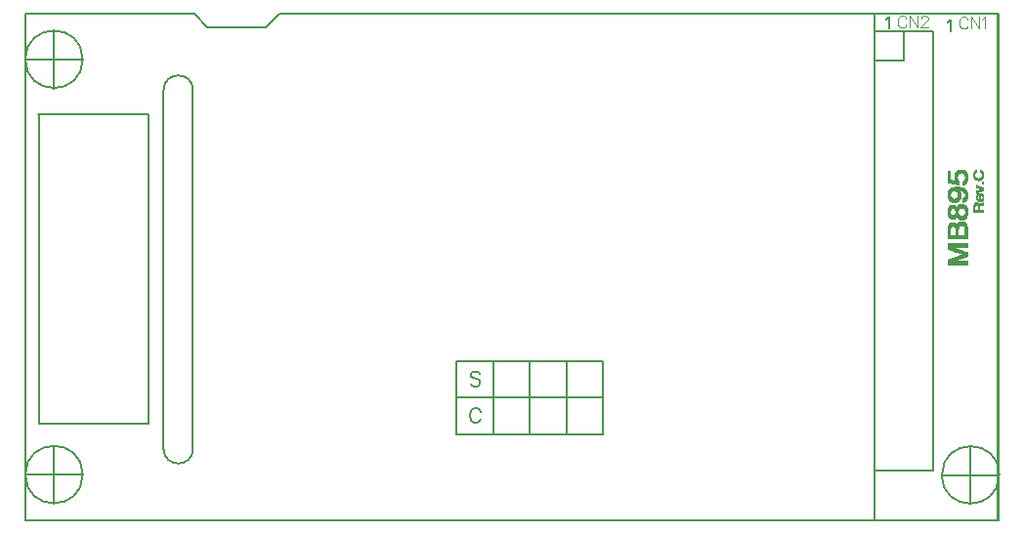
<source format=gto>
%FSTAX23Y23*%
%MOIN*%
%SFA1B1*%

%IPPOS*%
%ADD12C,0.007000*%
%ADD16C,0.005000*%
%ADD17C,0.008000*%
%ADD42C,0.006000*%
%ADD43C,0.001000*%
%ADD44C,0.004000*%
%LNmb895c-1*%
%LPD*%
G54D12*
X0147Y0042D02*
X0197D01*
X0147Y00295D02*
Y00545D01*
X01595Y00295D02*
Y00545D01*
X0172Y00295D02*
Y00545D01*
X01845Y00295D02*
Y00545D01*
X0197Y00295D02*
Y00545D01*
X0147D02*
X0197D01*
X0147Y00295D02*
Y00545D01*
Y00295D02*
X0197D01*
X00418Y00331D02*
Y01386D01*
X00044Y00331D02*
X00418D01*
X00043Y01386D02*
X00418D01*
X00044Y00331D02*
Y01386D01*
G54D16*
X02896Y0017D02*
Y0167D01*
X02895Y0D02*
Y01732D01*
X02895Y0D02*
Y0173D01*
X02995Y0157D02*
Y0167D01*
X02895Y0157D02*
X02995D01*
X02895Y0167D02*
X03095D01*
X02895Y0017D02*
X03095D01*
Y0167*
X03315Y0D02*
Y0173D01*
X03145Y01702D02*
X03148Y01704D01*
X03154Y0171*
Y0167*
X02935Y01712D02*
X02938Y01714D01*
X02944Y0172*
Y0168*
X0047Y00245D02*
D01*
D01*
G75*
G03X0057I00050J0D01*
G74*G01*
Y0147D02*
D01*
D01*
G75*
G03X0047I-00050J0D01*
G74*G01*
X0062Y01685D02*
X0082D01*
X00865Y0173*
X0332*
X00575D02*
X0062Y01685D01*
X0Y0D02*
X03315D01*
X0D02*
Y0173D01*
X0057Y00245D02*
Y0147D01*
X0047Y00245D02*
Y0147D01*
X0332Y0D02*
Y0173D01*
X03315Y0D02*
X0332Y0D01*
X0Y0173D02*
X00575Y0173D01*
G54D17*
X0155Y00502D02*
X01545Y00506D01*
X01538Y00509*
X01528*
X01521Y00506*
X01517Y00502*
Y00497*
X01519Y00492*
X01521Y0049*
X01526Y00487*
X0154Y00483*
X01545Y0048*
X01547Y00478*
X0155Y00473*
Y00466*
X01545Y00461*
X01538Y00459*
X01528*
X01521Y00461*
X01517Y00466*
X01551Y00372D02*
X01549Y00377D01*
X01544Y00381*
X01539Y00384*
X0153*
X01525Y00381*
X0152Y00377*
X01518Y00372*
X01516Y00365*
Y00353*
X01518Y00346*
X0152Y00341*
X01525Y00336*
X0153Y00334*
X01539*
X01544Y00336*
X01549Y00341*
X01551Y00346*
G54D42*
X03321Y00156D02*
D01*
D01*
G75*
G03X03124I-00098J-0D01*
G74*G01*
D01*
G75*
G03X03321I00098J0D01*
G74*G01*
X00194Y01575D02*
D01*
D01*
G75*
G03X-00002I-00098J0D01*
G74*G01*
D01*
G75*
G03X00194I00098J0D01*
G74*G01*
Y00157D02*
D01*
D01*
G75*
G03X-00002I-00098J-0D01*
G74*G01*
D01*
G75*
G03X00194I00098J0D01*
G74*G01*
X03223Y00056D02*
Y00156D01*
Y00253*
X03124Y00155D02*
X0332D01*
X00096Y01475D02*
Y01575D01*
Y01672*
X-00002Y01574D02*
X00193D01*
X00096Y00058D02*
Y00157D01*
Y00254*
X-00002Y00156D02*
X00193D01*
G54D43*
X03179Y00963D02*
Y01017D01*
X03212Y01047D02*
Y01062D01*
Y01105D02*
Y01118D01*
Y01165D02*
Y01179D01*
X03211Y00874D02*
Y00886D01*
Y00903D02*
Y00916D01*
Y00933D02*
Y00946D01*
Y00963D02*
Y01004D01*
Y01043D02*
Y01066D01*
Y01101D02*
Y01122D01*
Y0116D02*
Y01183D01*
X03266Y01054D02*
Y01061D01*
Y01079D02*
Y01087D01*
Y01099D02*
Y01109D01*
Y01129D02*
Y01136D01*
Y0115D02*
Y01157D01*
Y01175D02*
Y01187D01*
X0321Y00874D02*
Y00886D01*
Y00903D02*
Y00916D01*
Y00933D02*
Y00946D01*
Y00963D02*
Y01009D01*
Y0104D02*
Y01069D01*
Y01099D02*
Y01124D01*
Y01158D02*
Y01186D01*
X03265Y01054D02*
Y01061D01*
Y01079D02*
Y01086D01*
Y01096D02*
Y01112D01*
Y01128D02*
Y01136D01*
Y0115D02*
Y01157D01*
Y01172D02*
Y0119D01*
X03209Y00874D02*
Y00886D01*
Y00903D02*
Y00916D01*
Y00933D02*
Y00946D01*
Y00963D02*
Y01011D01*
Y01038D02*
Y01071D01*
Y01097D02*
Y01126D01*
Y01156D02*
Y01188D01*
X03264Y01054D02*
Y01061D01*
Y01078D02*
Y01086D01*
Y01095D02*
Y01114D01*
Y01128D02*
Y01137D01*
Y0115D02*
Y01157D01*
Y0117D02*
Y01192D01*
X03208Y00874D02*
Y00886D01*
Y00902D02*
Y00917D01*
Y00933D02*
Y00946D01*
Y00963D02*
Y01013D01*
Y01037D02*
Y01072D01*
Y01096D02*
Y01128D01*
Y01154D02*
Y0119D01*
X03263Y01054D02*
Y01061D01*
Y01078D02*
Y01085D01*
Y01094D02*
Y01102D01*
Y01107D02*
Y01115D01*
Y01128D02*
Y01137D01*
Y0115D02*
Y01157D01*
Y01168D02*
Y01193D01*
X03207Y00874D02*
Y00886D01*
Y00902D02*
Y00917D01*
Y00933D02*
Y00946D01*
Y00963D02*
Y01015D01*
Y01035D02*
Y01074D01*
Y01094D02*
Y01129D01*
Y01153D02*
Y01191D01*
X03262Y01054D02*
Y01061D01*
Y01078D02*
Y01085D01*
Y01093D02*
Y011D01*
Y01109D02*
Y01116D01*
Y01127D02*
Y01138D01*
Y0115D02*
Y01157D01*
Y01167D02*
Y01179D01*
Y01183D02*
Y01194D01*
X03206Y00874D02*
Y00886D01*
Y00902D02*
Y00917D01*
Y00933D02*
Y00946D01*
Y00963D02*
Y01016D01*
Y01034D02*
Y01075D01*
Y01093D02*
Y0113D01*
Y01152D02*
Y01192D01*
X03261Y01054D02*
Y01061D01*
Y01078D02*
Y01085D01*
Y01092D02*
Y01099D01*
Y0111D02*
Y01116D01*
Y01127D02*
Y01138D01*
Y01166D02*
Y01176D01*
Y01186D02*
Y01195D01*
X03205Y00874D02*
Y00886D01*
Y00901D02*
Y00918D01*
Y00933D02*
Y00946D01*
Y00963D02*
Y01017D01*
Y01033D02*
Y01076D01*
Y01093D02*
Y01131D01*
Y01151D02*
Y01193D01*
X0326Y01054D02*
Y01061D01*
Y01078D02*
Y01085D01*
Y01091D02*
Y01098D01*
Y0111D02*
Y01117D01*
Y01126D02*
Y01138D01*
Y01165D02*
Y01174D01*
Y01188D02*
Y01196D01*
X03204Y00874D02*
Y00886D01*
Y00901D02*
Y00918D01*
Y00933D02*
Y00946D01*
Y00963D02*
Y01018D01*
Y01032D02*
Y01077D01*
Y01092D02*
Y01111D01*
Y01113D02*
Y01132D01*
Y0115D02*
Y0117D01*
Y01175D02*
Y01194D01*
X03259Y01054D02*
Y01061D01*
Y01078D02*
Y01085D01*
Y01091D02*
Y01098D01*
Y01111D02*
Y01117D01*
Y01126D02*
Y01132D01*
Y01133D02*
Y01139D01*
Y01165D02*
Y01173D01*
Y01189D02*
Y01196D01*
X03203Y00874D02*
Y00886D01*
Y00901D02*
Y00918D01*
Y00933D02*
Y00946D01*
Y00963D02*
Y01019D01*
Y01032D02*
Y01049D01*
Y0106D02*
Y01078D01*
Y01091D02*
Y01107D01*
Y01118D02*
Y01133D01*
Y01149D02*
Y01166D01*
Y01179D02*
Y01195D01*
X03258Y01054D02*
Y01061D01*
Y01078D02*
Y01085D01*
Y01091D02*
Y01097D01*
Y01126D02*
Y01132D01*
Y01133D02*
Y01139D01*
Y01164D02*
Y01172D01*
Y0119D02*
Y01197D01*
X03202Y00874D02*
Y00886D01*
Y009D02*
Y00919D01*
Y00933D02*
Y00946D01*
Y00963D02*
Y00975D01*
Y01D02*
Y01019D01*
Y01031D02*
Y01046D01*
Y01063D02*
Y01078D01*
Y01091D02*
Y01105D01*
Y01119D02*
Y01133D01*
Y01149D02*
Y01163D01*
Y01181D02*
Y01196D01*
X03257Y01054D02*
Y01061D01*
Y01078D02*
Y01085D01*
Y0109D02*
Y01097D01*
Y01125D02*
Y01132D01*
Y01133D02*
Y0114D01*
Y01163D02*
Y01171D01*
Y0119D02*
Y01197D01*
X03201Y00874D02*
Y00886D01*
Y009D02*
Y00919D01*
Y00933D02*
Y00946D01*
Y00963D02*
Y00975D01*
Y01004D02*
Y0102D01*
Y0103D02*
Y01045D01*
Y01064D02*
Y01079D01*
Y0109D02*
Y01104D01*
Y01121D02*
Y01134D01*
Y01148D02*
Y01162D01*
Y01182D02*
Y01196D01*
X03256Y01054D02*
Y01061D01*
Y01078D02*
Y01085D01*
Y0109D02*
Y01097D01*
Y01125D02*
Y01131D01*
Y01134D02*
Y0114D01*
Y01163D02*
Y01171D01*
Y01191D02*
Y01198D01*
X032Y00874D02*
Y00886D01*
Y009D02*
Y0092D01*
Y00933D02*
Y00946D01*
Y00963D02*
Y00975D01*
Y01006D02*
Y01021D01*
Y0103D02*
Y01043D01*
Y01066D02*
Y0108D01*
Y0109D02*
Y01103D01*
Y01122D02*
Y01135D01*
Y01148D02*
Y01161D01*
Y01184D02*
Y01197D01*
X03255Y01054D02*
Y01061D01*
Y01078D02*
Y01085D01*
Y0109D02*
Y01118D01*
Y01124D02*
Y01131D01*
Y01134D02*
Y01141D01*
Y01163D02*
Y0117D01*
Y01191D02*
Y01198D01*
X03199Y00874D02*
Y00886D01*
Y00899D02*
Y0092D01*
Y00933D02*
Y00946D01*
Y00963D02*
Y00975D01*
Y01007D02*
Y01021D01*
Y01029D02*
Y01043D01*
Y01067D02*
Y0108D01*
Y0109D02*
Y01102D01*
Y01122D02*
Y01135D01*
Y01147D02*
Y0116D01*
Y01184D02*
Y01197D01*
X03254Y01054D02*
Y01061D01*
Y01078D02*
Y01085D01*
Y0109D02*
Y01118D01*
Y01124D02*
Y01131D01*
Y01135D02*
Y01141D01*
Y01163D02*
Y0117D01*
Y01191D02*
Y01198D01*
X03198Y00874D02*
Y00886D01*
Y00899D02*
Y0092D01*
Y00933D02*
Y00946D01*
Y00963D02*
Y00975D01*
Y01008D02*
Y01021D01*
Y01029D02*
Y01042D01*
Y01067D02*
Y0108D01*
Y01089D02*
Y01101D01*
Y01123D02*
Y01136D01*
Y01147D02*
Y01159D01*
Y01185D02*
Y01198D01*
X03253Y01054D02*
Y01061D01*
Y01077D02*
Y01085D01*
Y0109D02*
Y01118D01*
Y01123D02*
Y0113D01*
Y01135D02*
Y01141D01*
Y01162D02*
Y0117D01*
X03197Y00874D02*
Y00886D01*
Y00899D02*
Y00909D01*
Y0091D02*
Y00921D01*
Y00933D02*
Y00946D01*
Y00963D02*
Y00975D01*
Y01009D02*
Y01022D01*
Y01029D02*
Y01041D01*
Y01068D02*
Y01081D01*
Y01089D02*
Y01101D01*
Y01124D02*
Y01136D01*
Y01147D02*
Y01159D01*
Y01186D02*
Y01198D01*
X03252Y01054D02*
Y01061D01*
Y01075D02*
Y01084D01*
Y0109D02*
Y01118D01*
Y01123D02*
Y0113D01*
Y01135D02*
Y01142D01*
Y01162D02*
Y0117D01*
X03196Y00874D02*
Y00886D01*
Y00898D02*
Y00909D01*
Y0091D02*
Y00921D01*
Y00933D02*
Y00946D01*
Y00963D02*
Y00975D01*
Y01009D02*
Y01022D01*
Y01029D02*
Y01041D01*
Y01069D02*
Y01081D01*
Y01089D02*
Y01101D01*
Y01124D02*
Y01137D01*
Y01146D02*
Y01158D01*
Y01186D02*
Y01199D01*
X03251Y01054D02*
Y01084D01*
Y0109D02*
Y01097D01*
Y01111D02*
Y01118D01*
Y01123D02*
Y01129D01*
Y01136D02*
Y01142D01*
Y01162D02*
Y01169D01*
X03195Y00874D02*
Y00886D01*
Y00898D02*
Y00909D01*
Y00911D02*
Y00921D01*
Y00933D02*
Y00946D01*
Y00963D02*
Y00975D01*
Y01009D02*
Y01022D01*
Y01028D02*
Y0104D01*
Y01069D02*
Y01081D01*
Y01089D02*
Y011D01*
Y01125D02*
Y01137D01*
Y01146D02*
Y01158D01*
Y01187D02*
Y01199D01*
X0325Y01054D02*
Y01082D01*
Y01091D02*
Y01097D01*
Y01111D02*
Y01117D01*
Y01122D02*
Y01129D01*
Y01136D02*
Y01143D01*
Y01162D02*
Y01169D01*
X03194Y00874D02*
Y00886D01*
Y00897D02*
Y00908D01*
Y00911D02*
Y00922D01*
Y00933D02*
Y00946D01*
Y00963D02*
Y00975D01*
Y01009D02*
Y01022D01*
Y01028D02*
Y0104D01*
Y01069D02*
Y01081D01*
Y01125D02*
Y01138D01*
Y01146D02*
Y01158D01*
Y01187D02*
Y01199D01*
X03249Y01054D02*
Y01081D01*
Y01091D02*
Y01098D01*
Y01111D02*
Y01117D01*
Y01122D02*
Y01129D01*
Y01137D02*
Y01143D01*
Y01162D02*
Y01169D01*
X03193Y00874D02*
Y00886D01*
Y00897D02*
Y00908D01*
Y00911D02*
Y00922D01*
Y00933D02*
Y00946D01*
Y00963D02*
Y00975D01*
Y01009D02*
Y01022D01*
Y01028D02*
Y0104D01*
Y01069D02*
Y01081D01*
Y01126D02*
Y01138D01*
Y01187D02*
Y01199D01*
X03248Y01054D02*
Y01083D01*
Y01092D02*
Y01098D01*
Y0111D02*
Y01117D01*
Y01121D02*
Y01128D01*
Y01137D02*
Y01144D01*
Y01162D02*
Y01169D01*
X03192Y00874D02*
Y00886D01*
Y00897D02*
Y00908D01*
Y00912D02*
Y00922D01*
Y00933D02*
Y00946D01*
Y00963D02*
Y00975D01*
Y0101D02*
Y01022D01*
Y01028D02*
Y0104D01*
Y01069D02*
Y01081D01*
Y01126D02*
Y01138D01*
Y01187D02*
Y01199D01*
X03247Y01054D02*
Y01061D01*
Y01073D02*
Y01084D01*
Y01092D02*
Y01099D01*
Y0111D02*
Y01116D01*
Y01121D02*
Y01128D01*
Y01137D02*
Y01144D01*
Y01162D02*
Y01169D01*
X03191Y00874D02*
Y00886D01*
Y00896D02*
Y00907D01*
Y00912D02*
Y00923D01*
Y00933D02*
Y00946D01*
Y00963D02*
Y00975D01*
Y0101D02*
Y01022D01*
Y01028D02*
Y0104D01*
Y01069D02*
Y01081D01*
Y01127D02*
Y01138D01*
Y01187D02*
Y01199D01*
X03246Y01054D02*
Y01061D01*
Y01077D02*
Y01085D01*
Y01093D02*
Y011D01*
Y01109D02*
Y01116D01*
Y01121D02*
Y01128D01*
Y01138D02*
Y01144D01*
Y01163D02*
Y0117D01*
X0319Y00874D02*
Y00886D01*
Y00896D02*
Y00907D01*
Y00913D02*
Y00923D01*
Y00933D02*
Y00946D01*
Y00963D02*
Y00975D01*
Y01009D02*
Y01022D01*
Y01028D02*
Y0104D01*
Y01069D02*
Y01081D01*
Y01127D02*
Y01139D01*
Y01187D02*
Y01199D01*
X03245Y01054D02*
Y01061D01*
Y01078D02*
Y01085D01*
Y01094D02*
Y01102D01*
Y01107D02*
Y01115D01*
Y0112D02*
Y01127D01*
Y01138D02*
Y01145D01*
Y01163D02*
Y0117D01*
X03189Y00874D02*
Y00886D01*
Y00896D02*
Y00907D01*
Y00913D02*
Y00923D01*
Y00933D02*
Y00946D01*
Y00963D02*
Y00975D01*
Y01009D02*
Y01022D01*
Y01028D02*
Y01041D01*
Y01069D02*
Y01081D01*
Y01127D02*
Y01139D01*
Y01187D02*
Y01199D01*
X03244Y01054D02*
Y01061D01*
Y01078D02*
Y01086D01*
Y01095D02*
Y01114D01*
Y0112D02*
Y01127D01*
Y01138D02*
Y01145D01*
Y01163D02*
Y0117D01*
X03188Y00874D02*
Y00886D01*
Y00895D02*
Y00906D01*
Y00913D02*
Y00924D01*
Y00933D02*
Y00946D01*
Y00963D02*
Y00975D01*
Y01009D02*
Y01022D01*
Y01029D02*
Y01041D01*
Y01069D02*
Y01081D01*
Y01105D02*
Y01118D01*
Y01127D02*
Y01139D01*
Y01187D02*
Y01199D01*
X03243Y01054D02*
Y01061D01*
Y01079D02*
Y01086D01*
Y01097D02*
Y01112D01*
Y01119D02*
Y01126D01*
Y01139D02*
Y01146D01*
Y01163D02*
Y0117D01*
X03187Y00874D02*
Y00886D01*
Y00895D02*
Y00906D01*
Y00914D02*
Y00924D01*
Y00933D02*
Y00946D01*
Y00963D02*
Y00975D01*
Y01009D02*
Y01022D01*
Y01029D02*
Y01041D01*
Y01069D02*
Y01081D01*
Y01101D02*
Y01122D01*
Y01128D02*
Y01139D01*
Y01187D02*
Y01199D01*
X03242Y01054D02*
Y01061D01*
Y01079D02*
Y01086D01*
Y01099D02*
Y0111D01*
Y01119D02*
Y01126D01*
Y01139D02*
Y01146D01*
Y01164D02*
Y01171D01*
Y01191D02*
Y01198D01*
X03186Y00874D02*
Y00886D01*
Y00895D02*
Y00906D01*
Y00914D02*
Y00924D01*
Y00933D02*
Y00946D01*
Y00963D02*
Y00975D01*
Y01008D02*
Y01021D01*
Y01029D02*
Y01042D01*
Y01068D02*
Y01081D01*
Y01099D02*
Y01124D01*
Y01128D02*
Y01139D01*
Y01187D02*
Y01199D01*
X03241Y01054D02*
Y01061D01*
Y01079D02*
Y01086D01*
Y01164D02*
Y01171D01*
Y01191D02*
Y01198D01*
X03185Y00874D02*
Y00886D01*
Y00894D02*
Y00905D01*
Y00914D02*
Y00925D01*
Y00933D02*
Y00946D01*
Y00963D02*
Y00975D01*
Y01008D02*
Y01021D01*
Y01029D02*
Y01042D01*
Y01067D02*
Y0108D01*
Y01097D02*
Y01125D01*
Y01128D02*
Y0114D01*
Y01186D02*
Y01199D01*
X0324Y01054D02*
Y01061D01*
Y01079D02*
Y01086D01*
Y01165D02*
Y01172D01*
Y0119D02*
Y01198D01*
X03184Y00874D02*
Y00886D01*
Y00894D02*
Y00905D01*
Y00915D02*
Y00925D01*
Y00933D02*
Y00946D01*
Y00963D02*
Y00975D01*
Y01007D02*
Y01021D01*
Y0103D02*
Y01043D01*
Y01067D02*
Y0108D01*
Y01096D02*
Y01127D01*
Y01128D02*
Y0114D01*
Y01186D02*
Y01199D01*
X03239Y01054D02*
Y01061D01*
Y01078D02*
Y01086D01*
Y01166D02*
Y01173D01*
Y0119D02*
Y01197D01*
X03183Y00874D02*
Y00886D01*
Y00894D02*
Y00904D01*
Y00915D02*
Y00926D01*
Y00933D02*
Y00946D01*
Y00963D02*
Y00975D01*
Y01005D02*
Y0102D01*
Y0103D02*
Y01044D01*
Y01065D02*
Y0108D01*
Y01094D02*
Y0114D01*
Y01185D02*
Y01198D01*
X03238Y01054D02*
Y01061D01*
Y01077D02*
Y01085D01*
Y01166D02*
Y01174D01*
Y01189D02*
Y01197D01*
X03182Y00874D02*
Y00886D01*
Y00893D02*
Y00904D01*
Y00915D02*
Y00926D01*
Y00933D02*
Y00946D01*
Y00963D02*
Y00975D01*
Y01002D02*
Y01019D01*
Y01031D02*
Y01046D01*
Y01064D02*
Y01079D01*
Y01093D02*
Y0114D01*
Y01148D02*
Y01159D01*
Y01185D02*
Y01198D01*
X03237Y01054D02*
Y01061D01*
Y01075D02*
Y01085D01*
Y01167D02*
Y01175D01*
Y01187D02*
Y01196D01*
X03181Y00874D02*
Y00886D01*
Y00893D02*
Y00904D01*
Y00916D02*
Y00926D01*
Y00933D02*
Y00946D01*
Y00963D02*
Y00975D01*
Y00998D02*
Y01019D01*
Y01032D02*
Y01048D01*
Y01062D02*
Y01078D01*
Y01092D02*
Y0114D01*
Y01149D02*
Y0116D01*
Y01184D02*
Y01198D01*
X03236Y01054D02*
Y01084D01*
Y01168D02*
Y01178D01*
Y01185D02*
Y01195D01*
X0318Y00874D02*
Y00886D01*
Y00893D02*
Y00903D01*
Y00916D02*
Y00927D01*
Y00933D02*
Y00946D01*
Y00963D02*
Y01018D01*
Y01033D02*
Y01051D01*
Y01059D02*
Y01077D01*
Y01091D02*
Y0114D01*
Y01149D02*
Y01162D01*
Y01183D02*
Y01197D01*
X03235Y01054D02*
Y01083D01*
Y0117D02*
Y01193D01*
X03179Y00874D02*
Y00886D01*
Y00892D02*
Y00903D01*
Y00916D02*
Y00927D01*
Y00933D02*
Y00946D01*
Y01034D02*
Y01076D01*
Y01091D02*
Y01108D01*
Y01118D02*
Y0114D01*
Y01149D02*
Y01163D01*
Y01181D02*
Y01197D01*
X03234Y01054D02*
Y01081D01*
Y01172D02*
Y01191D01*
X03178Y00874D02*
Y00886D01*
Y00892D02*
Y00903D01*
Y00917D02*
Y00927D01*
Y00933D02*
Y00946D01*
Y00963D02*
Y01016D01*
Y01035D02*
Y01075D01*
Y0109D02*
Y01105D01*
Y0112D02*
Y0114D01*
Y01149D02*
Y01165D01*
Y01179D02*
Y01196D01*
X03233Y01054D02*
Y01079D01*
Y01175D02*
Y01188D01*
X03177Y00874D02*
Y00886D01*
Y00892D02*
Y00902D01*
Y00917D02*
Y00928D01*
Y00933D02*
Y00946D01*
Y00963D02*
Y01015D01*
Y01037D02*
Y01074D01*
Y0109D02*
Y01104D01*
Y01122D02*
Y0114D01*
Y01149D02*
Y01168D01*
Y01176D02*
Y01195D01*
X03176Y00874D02*
Y00886D01*
Y00891D02*
Y00902D01*
Y00917D02*
Y00928D01*
Y00933D02*
Y00946D01*
Y00963D02*
Y01013D01*
Y01038D02*
Y01072D01*
Y01089D02*
Y01103D01*
Y01123D02*
Y0114D01*
Y01149D02*
Y01195D01*
X03175Y00874D02*
Y00886D01*
Y00891D02*
Y00902D01*
Y00918D02*
Y00928D01*
Y00933D02*
Y00946D01*
Y00963D02*
Y01011D01*
Y0104D02*
Y01069D01*
Y01089D02*
Y01102D01*
Y01124D02*
Y0114D01*
Y0115D02*
Y01194D01*
X03174Y00874D02*
Y00886D01*
Y0089D02*
Y00901D01*
Y00918D02*
Y00929D01*
Y00933D02*
Y00946D01*
Y00963D02*
Y01009D01*
Y01038D02*
Y01071D01*
Y01088D02*
Y01101D01*
Y01125D02*
Y0114D01*
Y0115D02*
Y01193D01*
X03173Y00874D02*
Y00886D01*
Y0089D02*
Y00901D01*
Y00918D02*
Y00929D01*
Y00933D02*
Y00946D01*
Y00963D02*
Y01011D01*
Y01037D02*
Y01073D01*
Y01088D02*
Y01101D01*
Y01125D02*
Y0114D01*
Y0115D02*
Y01191D01*
X03172Y00874D02*
Y00886D01*
Y0089D02*
Y00901D01*
Y00919D02*
Y00929D01*
Y00933D02*
Y00946D01*
Y00963D02*
Y01013D01*
Y01035D02*
Y01074D01*
Y01088D02*
Y011D01*
Y01126D02*
Y0114D01*
Y0115D02*
Y0119D01*
X03171Y00874D02*
Y00886D01*
Y00889D02*
Y009D01*
Y00919D02*
Y0093D01*
Y00933D02*
Y00946D01*
Y00963D02*
Y00975D01*
Y00999D02*
Y01014D01*
Y01034D02*
Y01051D01*
Y01059D02*
Y01075D01*
Y01088D02*
Y011D01*
Y01126D02*
Y0114D01*
Y0115D02*
Y0116D01*
Y01161D02*
Y01188D01*
X0317Y00874D02*
Y00886D01*
Y00889D02*
Y009D01*
Y00919D02*
Y0093D01*
Y00933D02*
Y00946D01*
Y00963D02*
Y00975D01*
Y01002D02*
Y01015D01*
Y01033D02*
Y01048D01*
Y01062D02*
Y01076D01*
Y01088D02*
Y011D01*
Y01126D02*
Y0114D01*
Y0115D02*
Y01161D01*
Y01163D02*
Y01186D01*
X03169Y00874D02*
Y00886D01*
Y00889D02*
Y009D01*
Y0092D02*
Y0093D01*
Y00933D02*
Y00946D01*
Y00963D02*
Y00975D01*
Y01003D02*
Y01016D01*
Y01032D02*
Y01046D01*
Y01063D02*
Y01077D01*
Y01087D02*
Y01099D01*
Y01127D02*
Y0114D01*
Y01151D02*
Y01161D01*
Y01165D02*
Y01183D01*
X03168Y00874D02*
Y00886D01*
Y00888D02*
Y00899D01*
Y0092D02*
Y00931D01*
Y00933D02*
Y00946D01*
Y00963D02*
Y00975D01*
Y01004D02*
Y01017D01*
Y01032D02*
Y01045D01*
Y01064D02*
Y01077D01*
Y01087D02*
Y01099D01*
Y01127D02*
Y0114D01*
Y01151D02*
Y01161D01*
Y01171D02*
Y01177D01*
X03167Y00874D02*
Y00886D01*
Y00888D02*
Y00899D01*
Y0092D02*
Y00931D01*
Y00933D02*
Y00946D01*
Y00963D02*
Y00975D01*
Y01005D02*
Y01017D01*
Y01032D02*
Y01044D01*
Y01065D02*
Y01078D01*
Y01087D02*
Y01099D01*
Y01127D02*
Y0114D01*
Y01151D02*
Y01161D01*
X03166Y00874D02*
Y00886D01*
Y00888D02*
Y00899D01*
Y00921D02*
Y00932D01*
Y00933D02*
Y00946D01*
Y00963D02*
Y00975D01*
Y01005D02*
Y01018D01*
Y01031D02*
Y01044D01*
Y01066D02*
Y01078D01*
Y01087D02*
Y01099D01*
Y01127D02*
Y01139D01*
Y01151D02*
Y01161D01*
X03165Y00874D02*
Y00886D01*
Y00887D02*
Y00898D01*
Y00921D02*
Y00932D01*
Y00933D02*
Y00946D01*
Y00963D02*
Y00975D01*
Y01006D02*
Y01018D01*
Y01031D02*
Y01043D01*
Y01066D02*
Y01078D01*
Y01087D02*
Y01099D01*
Y01127D02*
Y01139D01*
Y01151D02*
Y01162D01*
X03164Y00874D02*
Y00886D01*
Y00887D02*
Y00898D01*
Y00922D02*
Y00932D01*
Y00933D02*
Y00946D01*
Y00963D02*
Y00975D01*
Y01006D02*
Y01018D01*
Y01031D02*
Y01043D01*
Y01067D02*
Y01079D01*
Y01088D02*
Y01099D01*
Y01127D02*
Y01139D01*
Y01151D02*
Y01162D01*
X03163Y00874D02*
Y00886D01*
Y00887D02*
Y00897D01*
Y00922D02*
Y00946D01*
Y00963D02*
Y00975D01*
Y01006D02*
Y01019D01*
Y01031D02*
Y01043D01*
Y01067D02*
Y01079D01*
Y01088D02*
Y011D01*
Y01126D02*
Y01139D01*
Y01152D02*
Y01162D01*
X03162Y00874D02*
Y00897D01*
Y00922D02*
Y00946D01*
Y00963D02*
Y00975D01*
Y01006D02*
Y01019D01*
Y01031D02*
Y01043D01*
Y01067D02*
Y01079D01*
Y01088D02*
Y011D01*
Y01126D02*
Y01139D01*
Y01152D02*
Y01162D01*
X03161Y00874D02*
Y00897D01*
Y00923D02*
Y00946D01*
Y00963D02*
Y00975D01*
Y01006D02*
Y01019D01*
Y01031D02*
Y01043D01*
Y01067D02*
Y01079D01*
Y01088D02*
Y011D01*
Y01126D02*
Y01138D01*
Y01152D02*
Y01162D01*
X0316Y00874D02*
Y00896D01*
Y00923D02*
Y00946D01*
Y00963D02*
Y00975D01*
Y01006D02*
Y01019D01*
Y01031D02*
Y01043D01*
Y01067D02*
Y01079D01*
Y01088D02*
Y01101D01*
Y01125D02*
Y01138D01*
Y01152D02*
Y01162D01*
X03159Y00874D02*
Y00896D01*
Y00923D02*
Y00946D01*
Y00963D02*
Y00975D01*
Y01006D02*
Y01019D01*
Y01031D02*
Y01043D01*
Y01067D02*
Y01079D01*
Y01089D02*
Y01101D01*
Y01125D02*
Y01138D01*
Y01152D02*
Y01163D01*
X03158Y00874D02*
Y00896D01*
Y00924D02*
Y00946D01*
Y00963D02*
Y00975D01*
Y01005D02*
Y01019D01*
Y01031D02*
Y01044D01*
Y01066D02*
Y01079D01*
Y01089D02*
Y01102D01*
Y01124D02*
Y01137D01*
Y01152D02*
Y01163D01*
X03157Y00874D02*
Y00895D01*
Y00924D02*
Y00946D01*
Y00963D02*
Y00975D01*
Y01005D02*
Y01018D01*
Y01031D02*
Y01044D01*
Y01066D02*
Y01078D01*
Y01089D02*
Y01103D01*
Y01123D02*
Y01137D01*
Y01153D02*
Y01163D01*
X03156Y00874D02*
Y00895D01*
Y00924D02*
Y00946D01*
Y00963D02*
Y00975D01*
Y01004D02*
Y01018D01*
Y01032D02*
Y01045D01*
Y01065D02*
Y01078D01*
Y0109D02*
Y01104D01*
Y01122D02*
Y01136D01*
Y01153D02*
Y01163D01*
X03155Y00874D02*
Y00895D01*
Y00925D02*
Y00946D01*
Y00963D02*
Y00975D01*
Y01003D02*
Y01018D01*
Y01032D02*
Y01046D01*
Y01063D02*
Y01078D01*
Y0109D02*
Y01105D01*
Y01121D02*
Y01136D01*
Y01153D02*
Y01163D01*
X03154Y00874D02*
Y00894D01*
Y00925D02*
Y00946D01*
Y00963D02*
Y00975D01*
Y01001D02*
Y01017D01*
Y01032D02*
Y01048D01*
Y01062D02*
Y01077D01*
Y01091D02*
Y01107D01*
Y01119D02*
Y01135D01*
Y01153D02*
Y01164D01*
X03153Y00874D02*
Y00894D01*
Y00925D02*
Y00946D01*
Y00963D02*
Y00975D01*
Y00998D02*
Y01017D01*
Y01033D02*
Y01051D01*
Y01059D02*
Y01077D01*
Y01092D02*
Y01109D01*
Y01117D02*
Y01134D01*
Y01153D02*
Y01195D01*
X03152Y00874D02*
Y00894D01*
Y00926D02*
Y00946D01*
Y00963D02*
Y01016D01*
Y01034D02*
Y01076D01*
Y01092D02*
Y01134D01*
Y01153D02*
Y01195D01*
X03151Y00874D02*
Y00893D01*
Y00926D02*
Y00946D01*
Y00963D02*
Y01015D01*
Y01034D02*
Y01075D01*
Y01093D02*
Y01133D01*
Y01154D02*
Y01195D01*
X0315Y00874D02*
Y00893D01*
Y00926D02*
Y00946D01*
Y00963D02*
Y01015D01*
Y01035D02*
Y01074D01*
Y01094D02*
Y01132D01*
Y01154D02*
Y01195D01*
X03149Y00874D02*
Y00893D01*
Y00927D02*
Y00946D01*
Y00963D02*
Y01014D01*
Y01036D02*
Y01073D01*
Y01095D02*
Y01131D01*
Y01154D02*
Y01195D01*
X03148Y00874D02*
Y00892D01*
Y00927D02*
Y00946D01*
Y00963D02*
Y01012D01*
Y01038D02*
Y01072D01*
Y01097D02*
Y0113D01*
Y01154D02*
Y01195D01*
X03147Y00874D02*
Y00892D01*
Y00927D02*
Y00946D01*
Y00963D02*
Y01011D01*
Y01039D02*
Y01071D01*
Y01098D02*
Y01128D01*
Y01154D02*
Y01195D01*
X03146Y00874D02*
Y00891D01*
Y00928D02*
Y00946D01*
Y00963D02*
Y01009D01*
Y01041D02*
Y01069D01*
Y011D02*
Y01126D01*
Y01154D02*
Y01195D01*
X03145Y00874D02*
Y00891D01*
Y00928D02*
Y00946D01*
Y00963D02*
Y01007D01*
Y01044D02*
Y01066D01*
Y01102D02*
Y01124D01*
Y01155D02*
Y01195D01*
X03144Y00874D02*
Y00891D01*
Y00928D02*
Y00946D01*
Y00963D02*
Y01002D01*
Y01048D02*
Y01062D01*
Y01106D02*
Y0112D01*
G54D44*
X03213Y0171D02*
X03211Y01714D01*
X03207Y01718*
X03204Y0172*
X03196*
X03192Y01718*
X03188Y01714*
X03186Y0171*
X03185Y01705*
Y01695*
X03186Y01689*
X03188Y01686*
X03192Y01682*
X03196Y0168*
X03204*
X03207Y01682*
X03211Y01686*
X03213Y01689*
X03224Y0172D02*
Y0168D01*
Y0172D02*
X03251Y0168D01*
Y0172D02*
Y0168D01*
X03262Y01712D02*
X03266Y01714D01*
X03272Y0172*
Y0168*
X03003Y01714D02*
X03001Y01718D01*
X02997Y01722*
X02994Y01723*
X02986*
X02982Y01722*
X02978Y01718*
X02976Y01714*
X02975Y01708*
Y01699*
X02976Y01693*
X02978Y01689*
X02982Y01685*
X02986Y01684*
X02994*
X02997Y01685*
X03001Y01689*
X03003Y01693*
X03014Y01723D02*
Y01684D01*
Y01723D02*
X03041Y01684D01*
Y01723D02*
Y01684D01*
X03054Y01714D02*
Y01716D01*
X03056Y0172*
X03058Y01722*
X03062Y01723*
X03069*
X03073Y01722*
X03075Y0172*
X03077Y01716*
Y01712*
X03075Y01708*
X03071Y01703*
X03052Y01684*
X03079*
M02*
</source>
